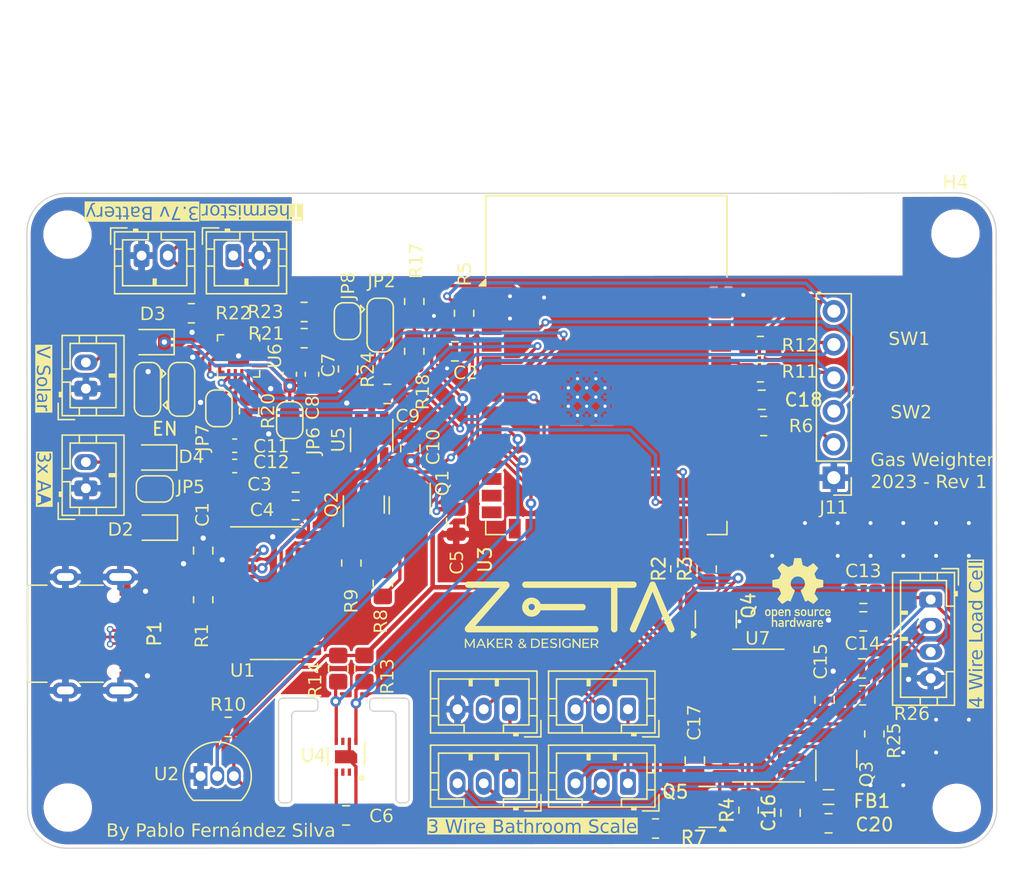
<source format=kicad_pcb>
(kicad_pcb (version 20240108) (generator "pcbnew") (generator_version "8.0")
  (title_block (comment 4 "AISLER Project ID: EQFQYMCR"))
  (layers (0 "F.Cu" signal) (31 "B.Cu" signal) (34 "B.Paste" user) (35 "F.Paste" user) (36 "B.SilkS" user "B.Silkscreen") (37 "F.SilkS" user "F.Silkscreen") (38 "B.Mask" user) (39 "F.Mask" user) (44 "Edge.Cuts" user))
  (property "AUTHOR_1" "Pablo Fernández Silva")
  (property "AUTHOR_2" "")
  (property "AUTHOR_3" "")
  (property "SUBTITLE" "ESP 32-S3 Version")
  (net 0 "")
  (net 1 "Net-(U1-V3)")
  (net 2 "GND")
  (net 3 "/MCU/CHIP_PU")
  (net 4 "VBUS")
  (net 5 "+3.3V")
  (net 6 "Net-(D2-K)")
  (net 7 "VCC")
  (net 8 "/E+")
  (net 9 "Net-(U7-VFB)")
  (net 10 "Net-(U7-VBG)")
  (net 11 "Net-(C18-Pad1)")
  (net 13 "VDC")
  (net 14 "VAA")
  (net 15 "VBatt")
  (net 16 "Net-(J6-Pin_1)")
  (net 17 "Net-(J6-Pin_2)")
  (net 18 "Net-(J7-Pin_1)")
  (net 19 "/A-")
  (net 20 "Net-(J8-Pin_2)")
  (net 21 "/A+")
  (net 22 "/MCU/GPIO0")
  (net 23 "/MCU/TX")
  (net 24 "/MCU/RX")
  (net 25 "Net-(J12-Pin_1)")
  (net 26 "Net-(JP2-C)")
  (net 27 "/Power/EN1")
  (net 28 "/Power/EN2")
  (net 29 "Net-(JP7-A)")
  (net 30 "Net-(JP8-A)")
  (net 31 "Net-(P1-CC1)")
  (net 32 "/D-")
  (net 33 "/D+")
  (net 34 "Net-(U3-RXD0)")
  (net 35 "Net-(Q1-B)")
  (net 36 "Net-(Q1-E)")
  (net 37 "Net-(Q2-B)")
  (net 38 "Net-(Q2-E)")
  (net 39 "Net-(Q3-B)")
  (net 40 "Net-(U3-TXD0)")
  (net 44 "/MCU/1-Wire")
  (net 47 "/MCU/SDA")
  (net 48 "/MCU/SCL")
  (net 50 "/MCU/VBATT")
  (net 51 "Net-(U6-ILIM)")
  (net 52 "Net-(U6-ITERM)")
  (net 53 "Net-(U6-~{CE})")
  (net 54 "Net-(U6-ISET)")
  (net 62 "/MCU/DOUT")
  (net 63 "/MCU/SCK")
  (net 86 "Net-(Q3-E)")
  (net 87 "Net-(Q4-S)")
  (net 88 "Net-(Q4-G)")
  (net 89 "Net-(Q5-G)")
  (net 90 "Net-(Q5-S)")
  (net 91 "/MCU/PGOOD")
  (net 92 "/MCU/CHG")
  (net 93 "/MCU/HX711_ON")
  (footprint "Capacitor_SMD:C_0805_2012Metric" (layer "F.Cu") (at 166.95 97.9)
    (property "Reference" "C13")
    (property "Value" "10uF")
  )
  (footprint "Capacitor_SMD:C_0603_1608Metric_Pad1.08x0.95mm_HandSolder" (layer "F.Cu") (at 123.2 81.15 90)
    (property "Reference" "C8")
    (property "Value" "1uF")
  )
  (footprint "MountingHole:MountingHole_3.2mm_M3_ISO7380" (layer "F.Cu") (at 106.25 70.5)
    (property "Reference" "H1")
    (property "Value" "MountingHole")
  )
  (footprint "Connector_JST:JST_PH_B2B-PH-K_1x02_P2.00mm_Vertical" (layer "F.Cu") (at 118.9 72.1)
    (property "Reference" "J12" (hide yes))
    (property "Value" "NTC")
  )
  (footprint "Jumper:SolderJumper-2_P1.3mm_Open_RoundedPad1.0x1.5mm" (layer "F.Cu") (at 112.9 89.9 180)
    (property "Reference" "JP5")
    (property "Value" "Override Diode")
  )
  (footprint "Capacitor_SMD:C_0805_2012Metric" (layer "F.Cu") (at 135.8 79.4 180)
    (property "Reference" "C2")
    (property "Value" "0.1u")
  )
  (footprint "Resistor_SMD:R_0805_2012Metric_Pad1.20x1.40mm_HandSolder" (layer "F.Cu") (at 159.35 85.1 180)
    (property "Reference" "R6")
    (property "Value" "330")
  )
  (footprint "Connector_JST:JST_PH_B3B-PH-K_1x03_P2.00mm_Vertical" (layer "F.Cu") (at 149 112.35 180)
    (property "Reference" "J9" (hide yes))
    (property "Value" "LR")
  )
  (footprint "Jumper:SolderJumper-3_P1.3mm_Bridged12_RoundedPad1.0x1.5mm" (layer "F.Cu") (at 130.1 77.4 -90)
    (property "Reference" "JP2")
    (property "Value" "BattSelec")
  )
  (footprint "Package_TO_SOT_SMD:SOT-23" (layer "F.Cu") (at 155.7 99.8375 90)
    (property "Reference" "Q4")
    (property "Value" "2N7002")
  )
  (footprint "Capacitor_SMD:C_0805_2012Metric" (layer "F.Cu") (at 161.4 114.6 90)
    (property "Reference" "C16")
    (property "Value" "10uF")
  )
  (footprint "Jumper:SolderJumper-3_P1.3mm_Bridged12_RoundedPad1.0x1.5mm" (layer "F.Cu") (at 114.95 82.3 -90)
    (property "Reference" "JP3" (hide yes))
    (property "Value" "EN1")
  )
  (footprint "Resistor_SMD:R_0805_2012Metric_Pad1.20x1.40mm_HandSolder" (layer "F.Cu") (at 124.3 78.4 180)
    (property "Reference" "R21")
    (property "Value" "10k")
  )
  (footprint "Package_TO_SOT_SMD:SOT-23" (layer "F.Cu") (at 132.35 91.15 -90)
    (property "Reference" "Q1")
    (property "Value" "S8050")
  )
  (footprint "Package_TO_SOT_SMD:SOT-23" (layer "F.Cu") (at 155.0625 114.15 180)
    (property "Reference" "Q5")
    (property "Value" "2N7002")
  )
  (footprint "Capacitor_SMD:C_0805_2012Metric" (layer "F.Cu") (at 130.65 82.65 180)
    (property "Reference" "C9")
    (property "Value" "10uF")
  )
  (footprint "Resistor_SMD:R_0805_2012Metric_Pad1.20x1.40mm_HandSolder" (layer "F.Cu") (at 136.5 76.5 90)
    (property "Reference" "R5")
    (property "Value" "10k")
  )
  (footprint "Capacitor_SMD:C_0805_2012Metric" (layer "F.Cu") (at 159.2 83.1)
    (property "Reference" "C18")
    (property "Value" "0.1u")
  )
  (footprint "Sensor_Humidity:Sensirion_DFN-8-1EP_2.5x2.5mm_P0.5mm_EP1.1x1.7mm" (layer "F.Cu") (at 127.5 110.325 -90)
    (property "Reference" "U4")
    (property "Value" "SHT31-DIS")
  )
  (footprint "Connector_JST:JST_PH_B3B-PH-K_1x03_P2.00mm_Vertical" (layer "F.Cu") (at 149 106.7 180)
    (property "Reference" "J7" (hide yes))
    (property "Value" "UR")
  )
  (footprint "Resistor_SMD:R_0805_2012Metric_Pad1.20x1.40mm_HandSolder" (layer "F.Cu") (at 128.9 103.6 90)
    (property "Reference" "R13")
    (property "Value" "10k")
  )
  (footprint "Package_SO:SOP-16_3.9x9.9mm_P1.27mm" (layer "F.Cu") (at 158.9425 107.1875 180)
    (property "Reference" "U7")
    (property "Value" "HX711")
  )
  (footprint "Diode_SMD:D_0805_2012Metric" (layer "F.Cu") (at 112.9 87.5 180)
    (property "Reference" "D4")
    (property "Value" "SK34A")
  )
  (footprint "Resistor_SMD:R_0805_2012Metric_Pad1.20x1.40mm_HandSolder" (layer "F.Cu") (at 132.7 79.4 -90)
    (property "Reference" "R18")
    (property "Value" "4.7k")
  )
  (footprint "LOGO" (layer "F.Cu") (at 144.55 99.5)
    (property "Reference" "G***" (hide yes))
    (property "Value" "LOGO" (hide yes))
  )
  (footprint "Library:Button" (layer "F.Cu") (at 170.55 83.65)
    (property "Reference" "SW2")
    (property "Value" "SW_Push")
  )
  (footprint "Capacitor_SMD:C_0805_2012Metric" (layer "F.Cu") (at 123.65 91.5 180)
    (property "Reference" "C4")
    (property "Value" "1uF")
  )
  (footprint "Resistor_SMD:R_0805_2012Metric_Pad1.20x1.40mm_HandSolder" (layer "F.Cu") (at 155 96 90)
    (property "Reference" "R3")
    (property "Value" "10k")
  )
  (footprint "Capacitor_SMD:C_0805_2012Metric" (layer "F.Cu") (at 132.4 86.8 90)
    (property "Reference" "C10")
    (property "Value" "10uF")
  )
  (footprint "Resistor_SMD:R_0805_2012Metric_Pad1.20x1.40mm_HandSolder" (layer "F.Cu") (at 118.5 108.05)
    (property "Reference" "R10")
    (property "Value" "4.7k")
  )
  (footprint "Resistor_SMD:R_0805_2012Metric_Pad1.20x1.40mm_HandSolder" (layer "F.Cu") (at 158.2 114.4 90)
    (property "Reference" "R4")
    (property "Value" "10k")
  )
  (footprint "Package_DFN_QFN:VQFN-16-1EP_3x3mm_P0.5mm_EP1.6x1.6mm" (layer "F.Cu") (at 119.3 79.75 -90)
    (property "Reference" "U6")
    (property "Value" "BQ24074RGT")
  )
  (footprint "MountingHole:MountingHole_3.2mm_M3_ISO7380" (layer "F.Cu") (at 174.07868 114.22132)
    (property "Reference" "H3")
    (property "Value" "MountingHole")
  )
  (footprint "Resistor_SMD:R_0805_2012Metric_Pad1.20x1.40mm_HandSolder" (layer "F.Cu") (at 120.1 83.95 -90)
    (property "Reference" "R20")
    (property "Value" "1k")
  )
  (footprint "Capacitor_SMD:C_0805_2012Metric" (layer "F.Cu") (at 116.6 94.6 90)
    (property "Reference" "C1")
    (property "Value" "0.1uF")
  )
  (footprint "Package_SO:SOIC-16_3.9x9.9mm_P1.27mm" (layer "F.Cu") (at 122.15 97.85)
    (property "Reference" "U1")
    (property "Value" "CH340C")
  )
  (footprint "Capacitor_SMD:C_0603_1608Metric_Pad1.08x0.95mm_HandSolder" (layer "F.Cu") (at 119 88.15)
    (property "Reference" "C12")
    (property "Value" "1uF")
  )
  (footprint "Jumper:SolderJumper-2_P1.3mm_Open_RoundedPad1.0x1.5mm" (layer "F.Cu") (at 123.2 84.65 90)
    (property "Reference" "JP6")
    (property "Value" "Override Charger")
  )
  (footprint "Package_TO_SOT_SMD:SOT-23" (layer "F.Cu") (at 128.85 91.0875 90)
    (property "Reference" "Q2")
    (property "Value" "S8050")
  )
  (footprint "Capacitor_SMD:C_0603_1608Metric_Pad1.08x0.95mm_HandSolder" (layer "F.Cu") (at 119 86.6)
    (property "Reference" "C11")
    (property "Value" "10uF")
  )
  (footprint "Library:USB C Molex_1" (layer "F.Cu") (at 108.3 100.94 -90)
    (property "Reference" "P1")
    (property "Value" "USB_C_Plug_USB2.0")
  )
  (footprint "MountingHole:MountingHole_3.2mm_M3_ISO7380" (layer "F.Cu") (at 106.27132 114.2)
    (property "Reference" "H2")
    (property "Value" "MountingHole")
  )
  (footprint "Resistor_SMD:R_0805_2012Metric_Pad1.20x1.40mm_HandSolder" (layer "F.Cu") (at 159.1 81)
    (property "Reference" "R11")
    (property "Value" "330")
  )
  (footprint "Resistor_SMD:R_0805_2012Metric_Pad1.20x1.40mm_HandSolder" (layer "F.Cu") (at 115.7 76.5)
    (property "Reference" "R22")
    (property "Value" "10k")
  )
  (footprint "RF_Module:ESP32-S3-WROOM-1" (layer "F.Cu") (at 147.35 80.43)
    (property "Reference" "U3")
    (property "Value" "ESP32-S3-WROOM-1")
  )
  (footprint "MountingHole:MountingHole_3.2mm_M3_ISO7380" (layer "F.Cu") (at 173.97868 70.42132)
    (property "Reference" "H4")
    (property "Value" "MountingHole")
  )
  (footprint "Diode_SMD:D_0805_2012Metric" (layer "F.Cu") (at 112.7 78.7 180)
    (property "Reference" "D3")
    (property "Value" "SK34A")
  )
  (footprint "Package_TO_SOT_SMD:SOT-23-5_HandSoldering" (layer "F.Cu") (at 129.45 86.15 -90)
    (property "Reference" "U5")
    (property "Value" "NCP115AMX120TCG")
  )
  (footprint "Resistor_SMD:R_0805_2012Metric_Pad1.20x1.40mm_HandSolder" (layer "F.Cu") (at 166.8925 105.6375)
    (property "Reference" "R26")
    (property "Value" "330")
  )
  (footprint "Capacitor_SMD:C_0805_2012Metric" (layer "F.Cu") (at 127.5 114.8)
    (property "Reference" "C6")
    (property "Value" "0.1uF")
  )
  (footprint "Resistor_SMD:R_0805_2012Metric_Pad1.20x1.40mm_HandSolder" (layer "F.Cu") (at 116.6 98.35 90)
    (property "Reference" "R1")
    (property "Value" "4.7k")
  )
  (footprint "Connector_PinHeader_2.54mm:PinHeader_1x06_P2.54mm_Vertical" (layer "F.Cu") (at 164.7 89.04 180)
    (property "Reference" "J11")
    (property "Value" "External Programming")
  )
  (footprint "Diode_SMD:D_0805_2012Metric" (layer "F.Cu") (at 112.95 92.85 180)
    (property "Reference" "D2")
    (property "Value" "SK34A")
  )
  (footprint "Package_TO_SOT_THT:TO-92_Inline" (layer "F.Cu") (at 116.4 111.8)
    (property "Reference" "U2")
    (property "Value" "DS18B20")
  )
  (footprint "Package_TO_SOT_SMD:SOT-23" (layer "F.Cu") (at 164.8925 110.4875 90)
    (property "Reference" "Q3")
    (property "Value" "S8550")
  )
  (footprint "Resistor_SMD:R_0805_2012Metric_Pad1.20x1.40mm_HandSolder" (layer "F.Cu") (at 126.9 103.6 90)
    (property "Reference" "R14")
    (property "Value" "10k")
  )
  (footprint "Connector_JST:JST_PH_B3B-PH-K_1x03_P2.00mm_Vertical" (layer "F.Cu") (at 140 106.7 180)
    (property "Reference" "J6" (hide yes))
    (property "Value" "UL")
  )
  (footprint "Resistor_SMD:R_0805_2012Metric_Pad1.20x1.40mm_HandSolder" (layer "F.Cu") (at 153 96 90)
    (property "Reference" "R2")
    (property "Value" "10k")
  )
  (footprint "Connector_JST:JST_PH_B2B-PH-K_1x02_P2.00mm_Vertical" (layer "F.Cu") (at 107.65 82.25 90)
    (property "Reference" "J2" (hide yes))
    (property "Value" "Solar Panel")
  )
  (footprint "Connector_JST:JST_PH_B2B-PH-K_1x02_P2.00mm_Vertical" (layer "F.Cu") (at 111.9 72.1)
    (property "Reference" "J1" (hide yes))
    (property "Value" "3.7V Battery")
  )
  (footprint "Capacitor_SMD:C_0805_2012Metric" (layer "F.Cu") (at 123.65 89.4 180)
    (property "Reference" "C3")
    (property "Value" "0.1uF")
  )
  (footprint "LOGO" (layer "F.Cu") (at 161.95 97.8)
    (property "Reference" "G***" (hide yes))
    (property "Value" "LOGO" (hide yes))
  )
  (footprint "Resistor_SMD:R_0805_2012Metric_Pad1.20x1.40mm_HandSolder" (layer "F.Cu") (at 132.7 75.6 -90)
    (property "Reference" "R17")
    (property "Value" "10k")
  )
  (footprint "Jumper:SolderJumper-2_P1.3mm_Bridged_RoundedPad1.0x1.5mm" (layer "F.Cu") (at 117.8 83.75 -90)
    (property "Reference" "JP7")
    (property "Value" "Battery_Out")
  )
  (footprint "Resistor_SMD:R_0805_2012Metric_Pad1.20x1.40mm_HandSolder" (layer "F.Cu") (at 127.65 80.75 -90)
    (property "Reference" "R24")
    (property "Value" "10k")
  )
  (footprint "Capacitor_SMD:C_0805_2012Metric" (layer "F.Cu") (at 164.3 115.4 180)
    (property "Reference" "C20")
    (property "Value" "1u")
  )
  (footprint "Resistor_SMD:R_0805_2012Metric_Pad1.20x1.40mm_HandSolder" (layer "F.Cu") (at 127.9 95.55 -90)
    (property "Reference" "R9")
    (property "Value" "10k")
  )
  (footprint "Resistor_SMD:R_0805_2012Metric_Pad1.20x1.40mm_HandSolder" (layer "F.Cu") (at 159.1 79)
    (property "Reference" "R12")
    (property "Value" "330")
  )
  (footprint "Resistor_SMD:R_0805_2012Metric_Pad1.20x1.40mm_HandSolder" (layer "F.Cu") (at 151.1 115.8 180)
    (property "Reference" "R7")
    (property "Value" "10k")
  )
  (footprint "Capacitor_SMD:C_0805_2012Metric" (layer "F.Cu") (at 135.9 92.4 90)
    (property "Reference" "C5")
    (property "Value" "10uF")
  )
  (footprint "Capacitor_SMD:C_0603_1608Metric_Pad1.08x0.95mm_HandSolder" (layer "F.Cu") (at 124.9 81.15 90)
    (property "Reference" "C7")
    (property "Value" "10uF")
  )
  (footprint "Capacitor_SMD:C_0805_2012Metric" (layer "F.Cu") (at 163.9925 105.9875 -90)
    (property "Reference" "C15")
    (property "Value" "0.1uF")
  )
  (footprint "Capacitor_SMD:C_0805_2012Metric" (layer "F.Cu") (at 166.95 100)
    (property "Reference" "C19" (hide yes))
    (property "Value" "1u")
  )
  (footprint "Capacitor_SMD:C_0805_2012Metric" (layer "F.Cu") (at 154.1 110.6 90)
    (property "Reference" "C17")
    (property "Value" "0.1uF")
  )
  (footprint "Resistor_SMD:R_0805_2012Metric_Pad1.20x1.40mm_HandSolder" (layer "F.Cu") (at 167.7925 108.5875 -90)
    (property "Reference" "R25")
    (property "Value" "330")
  )
  (footprint "Jumper:SolderJumper-2_P1.3mm_Bridged_RoundedPad1.0x1.5mm" (layer "F.Cu") (at 127.6 77.1 90)
    (property "Reference" "JP8")
    (property "Value" "NTC Jumper")
  )
  (footprint "Resistor_SMD:R_0805_2012Metric_Pad1.20x1.40mm_HandSolder" (layer "F.Cu") (at 130.3 97.1 90)
    (property "Reference" "R8")
    (property "Value" "10k")
  )
  (footprint "Connector_JST:JST_PH_B4B-PH-K_1x04_P2.00mm_Vertical" (layer "F.Cu") (at 172.0925 98.3375 -90)
    (property "Reference" "J10" (hide yes))
    (property "Value" "4Wire")
  )
  (footprint "Jumper:SolderJumper-3_P1.3mm_Bridged12_RoundedPad1.0x1.5mm" (layer "F.Cu") (at 112.35 82.3 90)
    (property "Reference" "JP4" (hide yes))
    (property "Value" "EN2")
  )
  (footprint "Resistor_SMD:R_0805_2012Metric_Pad1.20x1.40mm_HandSolder" (layer "F.Cu") (at 124.3 76.4)
    (property "Reference" "R23")
    (property "Value" "1k")
  )
  (footprint "Connector_JST:JST_PH_B2B-PH-K_1x02_P2.00mm_Vertical" (layer "F.Cu") (at 107.65 89.85 90)
    (property "Reference" "J3" (hide yes))
    (property "Value" "AA")
  )
  (footprint "Inductor_SMD:L_0805_2012Metric" (layer "F.Cu") (at 164.3 113.4 180)
    (property "Reference" "FB1")
    (property "Value" "FerriteBead")
  )
  (footprint "Capacitor_SMD:C_0805_2012Metric" (layer "F.Cu") (at 166.8425 103.5875 180)
    (property "Reference" "C14")
    (property "Value" "0.1uF")
  )
  (footprint "Library:Button" (layer "F.Cu") (at 170.5 78.4)
    (property "Reference" "SW1")
    (property "Value" "SW_Push")
  )
  (footprint "Connector_JST:JST_PH_B3B-PH-K_1x03_P2.00mm_Vertical" (layer "F.Cu") (at 140 112.35 180)
    (property "Reference" "J8" (hide yes))
    (property "Value" "LL")
  )
  (gr_circle (center 128.7 111.95) (end 128.7 111.9) (stroke (width 0.15)) (fill none) (layer "F.SilkS"))
  (gr_arc (start 123.35 113.5) (mid 123.252444 113.752444) (end 123 113.85) (stroke (width 0.1)) (layer "Edge.Cuts"))
  (gr_line (start 139.85 67.35) (end 106.15 67.35) (stroke (width 0.1)) (layer "Edge.Cuts"))
  (gr_arc (start 125.35 106.55) (mid 125.237132 106.772487) (end 125 106.85) (stroke (width 0.1)) (layer "Edge.Cuts"))
  (gr_line (start 123.7 106.85) (end 125 106.85) (stroke (width 0.1)) (layer "Edge.Cuts"))
  (gr_arc (start 132.3 113.5) (mid 132.222487 113.737132) (end 132 113.85) (stroke (width 0.1)) (layer "Edge.Cuts"))
  (gr_line (start 103.2 114.3) (end 103.15 70.35) (stroke (width 0.1)) (layer "Edge.Cuts"))
  (gr_line (start 131.3 113.5) (end 131.3 107.15) (stroke (width 0.1)) (layer "Edge.Cuts"))
  (gr_arc (start 131.95 105.85) (mid 132.202444 105.947556) (end 132.3 106.2) (stroke (width 0.1)) (layer "Edge.Cuts"))
  (gr_arc (start 177.12868 114.27132) (mid 176.249992 116.39262) (end 174.12868 117.27132) (stroke (width 0.1)) (layer "Edge.Cuts"))
  (gr_line (start 132 113.85) (end 131.65 113.85) (stroke (width 0.1)) (layer "Edge.Cuts"))
  (gr_line (start 129.6 105.85) (end 131.95 105.85) (stroke (width 0.1)) (layer "Edge.Cuts"))
  (gr_line (start 156.25 67.35) (end 139.85 67.35) (stroke (width 0.1)) (layer "Edge.Cuts"))
  (gr_arc (start 106.2 117.3) (mid 104.07868 116.42132) (end 103.2 114.3) (stroke (width 0.1)) (layer "Edge.Cuts"))
  (gr_line (start 132.3 106.2) (end 132.3 113.5) (stroke (width 0.1)) (layer "Edge.Cuts"))
  (gr_arc (start 122.65 113.85) (mid 122.427513 113.737132) (end 122.35 113.5) (stroke (width 0.1)) (layer "Edge.Cuts"))
  (gr_line (start 122.65 113.85) (end 123 113.85) (stroke (width 0.1)) (layer "Edge.Cuts"))
  (gr_line (start 129.3 106.55) (end 129.3 106.2) (stroke (width 0.1)) (layer "Edge.Cuts"))
  (gr_arc (start 122.35 106.2) (mid 122.447556 105.947556) (end 122.7 105.85) (stroke (width 0.1)) (layer "Edge.Cuts"))
  (gr_line (start 174.07868 67.32132) (end 156.25 67.35) (stroke (width 0.1)) (layer "Edge.Cuts"))
  (gr_line (start 122.35 106.2) (end 122.35 113.5) (stroke (width 0.1)) (layer "Edge.Cuts"))
  (gr_line (start 130.95 106.85) (end 129.65 106.85) (stroke (width 0.1)) (layer "Edge.Cuts"))
  (gr_arc (start 103.15 70.35) (mid 104.02868 68.22868) (end 106.15 67.35) (stroke (width 0.1)) (layer "Edge.Cuts"))
  (gr_arc (start 174.07868 67.32132) (mid 176.200006 68.199994) (end 177.07868 70.32132) (stroke (width 0.1)) (layer "Edge.Cuts"))
  (gr_line (start 177.12868 114.27132) (end 177.07868 70.32132) (stroke (width 0.1)) (layer "Edge.Cuts"))
  (gr_arc (start 129.65 106.85) (mid 129.412868 106.772487) (end 129.3 106.55) (stroke (width 0.1)) (layer "Edge.Cuts"))
  (gr_arc (start 130.95 106.85) (mid 131.187132 106.927513) (end 131.3 107.15) (stroke (width 0.1)) (layer "Edge.Cuts"))
  (gr_line (start 125.05 105.85) (end 122.7 105.85) (stroke (width 0.1)) (layer "Edge.Cuts"))
  (gr_line (start 125.35 106.55) (end 125.35 106.2) (stroke (width 0.1)) (layer "Edge.Cuts"))
  (gr_line (start 106.2 117.3) (end 174.12868 117.27132) (stroke (width 0.1)) (layer "Edge.Cuts"))
  (gr_arc (start 129.3 106.2) (mid 129.377513 105.962868) (end 129.6 105.85) (stroke (width 0.1)) (layer "Edge.Cuts"))
  (gr_arc (start 131.65 113.85) (mid 131.397556 113.752444) (end 131.3 113.5) (stroke (width 0.1)) (layer "Edge.Cuts"))
  (gr_arc (start 123.35 107.15) (mid 123.462868 106.927513) (end 123.7 106.85) (stroke (width 0.1)) (layer "Edge.Cuts"))
  (gr_line (start 123.35 113.5) (end 123.35 107.15) (stroke (width 0.1)) (layer "Edge.Cuts"))
  (gr_arc (start 125.05 105.85) (mid 125.272487 105.962868) (end 125.35 106.2) (stroke (width 0.1)) (layer "Edge.Cuts"))
  (gr_text "Thermistor" (at 124.1 68.1 180) (layer "F.SilkS" knockout) (effects (font (size 1 1)) (justify left bottom)))
  (gr_text "3x AA" (at 103.8 87.05 270) (layer "F.SilkS" knockout) (effects (font (size 1 1)) (justify left bottom)))
  (gr_text "V Solar" (at 103.75 79 270) (layer "F.SilkS" knockout) (effects (font (size 1 1)) (justify left bottom)))
  (gr_text "EN" (at 112.6 85.9 0) (layer "F.SilkS") (effects (font (size 1 1)) (justify left bottom)))
  (gr_text "3 Wire Bathroom Scale" (at 133.7 116.3 0) (layer "F.SilkS" knockout) (effects (font (size 1 1)) (justify left bottom)))
  (gr_text "Gas Weighter\n2023 - Rev 1\n" (at 167.5 90 0) (layer "F.SilkS") (effects (font (size 1 1)) (justify left bottom)))
  (gr_text "4 Wire Load Cell" (at 176.2 106.6 90) (layer "F.SilkS" knockout) (effects (font (size 1 1)) (justify left bottom)))
  (gr_text "By Pablo Fernández Silva" (at 109.2 116.6 0) (layer "F.SilkS") (effects (font (size 1 1)) (justify left bottom)))
  (gr_text "3.7v Battery" (at 116.3 68.2 180) (layer "F.SilkS" knockout) (effects (font (size 1 1)) (justify left bottom)))
  (segment (start 118.265 97.215) (end 119.675 97.215) (width 0.25) (layer "F.Cu") (net 1))
  (segment (start 116.6 95.55) (end 118.265 97.215) (width 0.25) (layer "F.Cu") (net 1))
  (segment (start 127.55 83.35) (end 129 83.35) (width 0.25) (layer "F.Cu") (net 2))
  (segment (start 127.5 110.325) (end 128.25 111.075) (width 0.25) (layer "F.Cu") (net 2))
  (segment (start 119.55 80) (end 119.3 79.75) (width 0.25) (layer "F.Cu") (net 2))
  (segment (start 129 83.35) (end 129.7 82.65) (width 0.25) (layer "F.Cu") (net 2))
  (segment (start 117.8625 80.5) (end 117.9125 80.45) (width 0.2) (layer "F.Cu") (net 2))
  (segment (start 129.45 84.8) (end 129.45 82.9) (width 0.25) (layer "F.Cu") (net 2))
  (segment (start 128.25 111.075) (end 128.25 111.5) (width 0.25) (layer "F.Cu") (net 2))
  (segment (start 129.45 82.9) (end 129.7 82.65) (width 0.25) (layer "F.Cu") (net 2))
  (segment (start 118.6 80.45) (end 119.3 79.75) (width 0.2) (layer "F.Cu") (net 2))
  (segment (start 127.5 110.325) (end 127.75 110.075) (width 0.25) (layer "F.Cu") (net 2))
  (segment (start 120.7375 80) (end 119.55 80) (width 0.25) (layer "F.Cu") (net 2))
  (segment (start 128.25 114.6) (end 128.45 114.8) (width 0.25) (layer "F.Cu") (net 2))
  (segment (start 117.9125 80.45) (end 118.6 80.45) (width 0.2) (layer "F.Cu") (net 2))
  (segment (start 128.25 111.5) (end 128.25 114.6) (width 0.25) (layer "F.Cu") (net 2))
  (segment (start 127.75 110.075) (end 127.75 109.15) (width 0.25) (layer "F.Cu") (net 2))
  (via (at 157.8 75.1) (size 0.6) (drill 0.3) (layers "F.Cu" "B.Cu") (net 2))
  (via (at 118.05 95.3) (size 0.8) (drill 0.4) (layers "F.Cu" "B.Cu") (net 2))
  (via (at 115.8 79.85) (size 0.8) (drill 0.4) (layers "F.Cu" "B.Cu") (net 2))
  (via (at 172.5 95) (size 0.5) (drill 0.3) (layers "F.Cu" "B.Cu") (net 2))
  (via (at 175 107.5) (size 0.5) (drill 0.3) (layers "F.Cu" "B.Cu") (net 2))
  (via (at 116.6 93.65) (size 0.8) (drill 0.4) (layers "F.Cu" "B.Cu") (net 2))
  (via (at 167.5 112.5) (size 0.5) (drill 0.3) (layers "F.Cu" "B.Cu") (net 2))
  (via (at 172.5 110) (size 0.5) (drill 0.3) (layers "F.Cu" "B.Cu") (net 2))
  (via (at 165 92.5) (size 0.5) (drill 0.3) (layers "F.Cu" "B.Cu") (net 2))
  (via (at 170.4 104.425) (size 0.8) (drill 0.4) (layers "F.Cu" "B.Cu") (net 2))
  (via (at 172.5 92.5) (size 0.5) (drill 0.3) (layers "F.Cu" "B.Cu") (net 2))
  (via (at 140 75.2) (size 0.6) (drill 0.3) (layers "F.Cu" "B.Cu") (net 2))
  (via (at 115.75 77.95) (size 0.8) (drill 0.4) (layers "F.Cu" "B.Cu") (net 2))
  (via (at 135.2 80.7) (size 0.6) (drill 0.3) (layers "F.Cu" "B.Cu") (net 2))
  (via (at 164.3 99.9) (size 0.8) (drill 0.4) (layers "F.Cu" "B.Cu") (net 2))
  (via (at 112.35 104.15) (size 0.8) (drill 0.4) (layers "F.Cu" "B.Cu") (net 2))
  (via (at 175 95) (size 0.5) (drill 0.3) (layers "F.Cu" "B.Cu") (net 2))
  (via (at 119.3 79.75) (size 0.8) (drill 0.4) (layers "F.Cu" "B.Cu") (net 2))
  (via (at 167.5 95) (size 0.5) (drill 0.3) (layers "F.Cu" "B.Cu") (net 2))
  (via (at 112.4 80.95) (size 0.8) (drill 0.4) (layers "F.Cu" "B.Cu") (net 2))
  (via (at 134.2 76.7) (size 0.6) (drill 0.3) (layers "F.Cu" "B.Cu") (net 2))
  (via (at 157.5 100) (size 0.5) (drill 0.3) (layers "F.Cu" "B.Cu") (net 2))
  (via (at 175 92.5) (size 0.5) (drill 0.3) (layers "F.Cu" "B.Cu") (net 2))
  (via (at 160 95) (size 0.5) (drill 0.3) (layers "F.Cu" "B.Cu") (net 2))
  (via (at 115.1 95.6) (size 0.8) (drill 0.4) (layers "F.Cu" "B.Cu") (net 2))
  (via (at 170 92.5) (size 0.5) (drill 0.3) (layers "F.Cu" "B.Cu") (net 2))
  (via (at 170 110) (size 0.5) (drill 0.3) (layers "F.Cu" "B.Cu") (net 2))
  (via (at 165 95) (size 0.5) (drill 0.3) (layers "F.Cu" "B.Cu") (net 2))
  (via (at 116.4 83.3) (size 0.8) (drill 0.4) (layers "F.Cu" "B.Cu") (net 2))
  (via (at 170 95) (size 0.5) (drill 0.3) (layers "F.Cu" "B.Cu") (net 2))
  (via (at 167.5 92.5) (size 0.5) (drill 0.3) (layers "F.Cu" "B.Cu") (net 2))
  (via (at 121.6 85.7) (size 0.8) (drill 0.4) (layers "F.Cu" "B.Cu") (net 2))
  (via (at 172.5 107.5) (size 0.5) (drill 0.3) (layers "F.Cu" "B.Cu") (net 2))
  (via (at 121.75 82.25) (size 0.8) (drill 0.4) (layers "F.Cu" "B.Cu") (net 2))
  (via (at 140 76.9) (size 0.6) (drill 0.3) (layers "F.Cu" "B.Cu") (net 2))
  (via (at 162.5 92.5) (size 0.5) (drill 0.3) (layers "F.Cu" "B.Cu") (net 2))
  (via (at 170 112.5) (size 0.5) (drill 0.3) (layers "F.Cu" "B.Cu") (net 2))
  (via (at 127.55 83.35) (size 0.8) (drill 0.4) (layers "F.Cu" "B.Cu") (net 2))
  (via (at 164.65 103.8) (size 0.8) (drill 0.4) (layers "F.Cu" "B.Cu") (net 2))
  (via (at 121.9 93.55) (size 0.8) (drill 0.4) (layers "F.Cu" "B.Cu") (net 2))
  (via (at 142.6 75.3) (size 0.6) (drill 0.3) (layers "F.Cu" "B.Cu") (net 2))
  (via (at 112.2 97.7) (size 0.8) (drill 0.4) (layers "F.Cu" "B.Cu") (net 2))
  (segment (start 136.75 77.75) (end 136.5 77.5) (width 0.25) (layer "F.Cu") (net 3))
  (segment (start 132.35 92.0875) (end 132.838408 92.0875) (width 0.25) (layer "F.Cu") (net 3))
  (segment (start 136.5 77.5) (end 138.39 77.5) (width 0.25) (layer "F.Cu") (net 3))
  (segment (start 132.838408 92.0875) (end 137.1 87.825908) (width 0.25) (layer "F.Cu") (net 3))
  (segment (start 142.19 77.71) (end 142.7 77.2) (width 0.25) (layer "F.Cu") (net 3))
  (segment (start 137.125 83.300305) (end 137.125 79.775) (width 0.25) (layer "F.Cu") (net 3))
  (segment (start 137.1 87.825908) (end 137.1 83.325305) (width 0.25) (layer "F.Cu") (net 3))
  (segment (start 138.6 77.71) (end 142.19 77.71) (width 0.25) (layer "F.Cu") (net 3))
  (segment (start 166.51 82.15) (end 164.7 83.96) (width 0.25) (layer "F.Cu") (net 3))
  (segment (start 167.55 82.15) (end 166.51 82.15) (width 0.25) (layer "F.Cu") (net 3))
  (segment (start 136.75 79.4) (end 136.75 77.75) (width 0.25) (layer "F.Cu") (net 3))
  (segment (start 138.39 77.5) (end 138.6 77.71) (width 0.25) (layer "F.Cu") (net 3))
  (segment (start 137.1 83.325305) (end 137.125 83.300305) (width 0.25) (layer "F.Cu") (net 3))
  (segment (start 137.125 79.775) (end 136.75 79.4) (width 0.25) (layer "F.Cu") (net 3))
  (via (at 142.7 77.2) (size 0.6) (drill 0.3) (layers "F.Cu" "B.Cu") (net 3))
  (segment (start 164.213299 77.515) (end 164.996701 77.515) (width 0.25) (layer "B.Cu") (net 3))
  (segment (start 165.875 78.393299) (end 165.875 82.785) (width 0.25) (layer "B.Cu") (net 3))
  (segment (start 142.8 77.15) (end 142.7 77.2) (width 0.25) (layer "B.Cu") (net 3))
  (segment (start 165.875 82.785) (end 164.7 83.96) (width 0.25) (layer "B.Cu") (net 3))
  (segment (start 164.996701 77.515) (end 165.875 78.393299) (width 0.25) (layer "B.Cu") (net 3))
  (segment (start 142.85 77.15) (end 142.8 77.15) (width 0.25) (layer "B.Cu") (net 3))
  (segment (start 142.7 77.2) (end 142.9 77.15) (width 0.25) (layer "B.Cu") (net 3))
  (segment (start 142.9 77.15) (end 163.848299 77.15) (width 0.25) (layer "B.Cu") (net 3))
  (segment (start 163.848299 77.15) (end 164.213299 77.515) (width 0.25) (layer "B.Cu") (net 3))
  (segment (start 124 92.78) (end 115.92 92.78) (width 0.25) (layer "F.Cu") (net 4))
  (segment (start 123.595 93.405) (end 124.625 93.405) (width 0.25) (layer "F.Cu") (net 4))
  (segment (start 114.19 94.51) (end 114.19 95.25) (width 0.25) (layer "F.Cu") (net 4))
  (segment (start 124.625 93.405) (end 124.625 91.525) (width 0.25) (layer "F.Cu") (net 4))
  (segment (start 120.266751 103.35) (end 121.35 102.266751) (width 0.25) (layer "F.Cu") (net 4))
  (segment (start 115.92 92.78) (end 114.19 94.51) (width 0.25) (layer "F.Cu") (net 4))
  (segment (start 114.19 95.25) (end 114.19 98.475) (width 0.25) (layer "F.Cu") (net 4))
  (segment (start 122.55 96.95) (end 122.55 94.45) (width 0.25) (layer "F.Cu") (net 4))
  (segment (start 124.625 91.525) (end 124.6 91.5) (width 0.25) (layer "F.Cu") (net 4))
  (segment (start 110.82 103.35) (end 120.266751 103.35) (width 0.25) (layer "F.Cu") (net 4))
  (segment (start 110.81 103.34) (end 110.82 103.35) (width 0.25) (layer "F.Cu") (net 4))
  (segment (start 124.6 91.5) (end 124.6 89.4) (width 0.25) (layer "F.Cu") (net 4))
  (segment (start 112.0125 92.85) (end 114.19 95.0275) (width 0.25) (layer "F.Cu") (net 4))
  (segment (start 114.19 95.0275) (end 114.19 95.25) (width 0.25) (layer "F.Cu") (net 4))
  (segment (start 121.35 102.266751) (end 121.35 98.15) (width 0.25) (layer "F.Cu") (net 4))
  (segment (start 124.625 93.405) (end 124 92.78) (width 0.25) (layer "F.Cu") (net 4))
  (segment (start 114.19 98.475) (end 114.125 98.54) (width 0.25) (layer "F.Cu") (net 4))
  (segment (start 114.125 98.54) (end 110.81 98.54) (width 0.25) (layer "F.Cu") (net 4))
  (segment (start 121.35 98.15) (end 122.55 96.95) (width 0.25) (layer "F.Cu") (net 4))
  (segment (start 122.55 94.45) (end 123.595 93.405) (width 0.25) (layer "F.Cu") (net 4))
  (segment (start 135.9 91.45) (end 134.55 91.45) (width 0.35) (layer "F.Cu") (net 5))
  (segment (start 119.5 108.05) (end 124.05 103.5) (width 0.25) (layer "F.Cu") (net 5))
  (segment (start 134.025 77.975) (end 136.5 75.5) (width 0.25) (layer "F.Cu") (net 5))
  (segment (start 134.025 80.625) (end 134.025 77.975) (width 0.25) (layer "F.Cu") (net 5))
  (segment (start 136.5 75.5) (end 135.5 75.5) (width 0.25) (layer "F.Cu") (net 5))
  (segment (start 118.94 108.61) (end 119.5 108.05) (width 0.25) (layer "F.Cu") (net 5))
  (segment (start 134.1 97.4) (end 128.9 102.6) (width 0.35) (layer "F.Cu") (net 5))
  (segment (start 151.2 112) (end 153.35 114.15) (width 0.35) (layer "F.Cu") (net 5))
  (segment (start 132.4 87.75) (end 132.45 87.75) (width 0.25) (layer "F.Cu") (net 5))
  (segment (start 137.44 76.44) (end 138.6 76.44) (width 0.35) (layer "F.Cu") (net 5))
  (segment (start 125.966751 102.6) (end 129.05 102.6) (width 0.25) (layer "F.Cu") (net 5))
  (segment (start 134.55 91.45) (end 134.4 91.6) (width 0.35) (layer "F.Cu") (net 5))
  (segment (start 136.5 75.5) (end 137.44 76.44) (width 0.35) (layer "F.Cu") (net 5))
  (segment (start 135.9 91.45) (end 134.1 93.25) (width 0.35) (layer "F.Cu") (net 5))
  (segment (start 118.94 111.8) (end 121.94 114.8) (width 0.25) (layer "F.Cu") (net 5))
  (segment (start 124.05 103.5) (end 125.066751 103.5) (width 0.25) (layer "F.Cu") (net 5))
  (segment (start 126.55 114.8) (end 126.75 114.6) (width 0.25) (layer "F.Cu") (net 5))
  (segment (start 134.1 93.25) (end 134.1 97.4) (width 0.35) (layer "F.Cu") (net 5))
  (segment (start 126.75 114.6) (end 126.75 111.5) (width 0.25) (layer "F.Cu") (net 5))
  (segment (start 142.5 97.4) (end 151.2 106.1) (width 0.35) (layer "F.Cu") (net 5))
  (segment (start 153.35 114.15) (end 154.125 114.15) (width 0.35) (layer "F.Cu") (net 5))
  (segment (start 132.15 87.5) (end 132.4 87.75) (width 0.25) (layer "F.Cu") (net 5))
  (segment (start 136.4 83) (end 134.025 80.625) (width 0.25) (layer "F.Cu") (net 5))
  (segment (start 134.1 97.4) (end 142.5 97.4) (width 0.35) (layer "F.Cu") (net 5))
  (segment (start 135.5 75.5) (end 135.2 75.2) (width 0.25) (layer "F.Cu") (net 5))
  (segment (start 121.94 114.8) (end 126.55 114.8) (width 0.25) (layer "F.Cu") (net 5))
  (segment (start 118.94 111.8) (end 118.94 108.61) (width 0.25) (layer "F.Cu") (net 5))
  (segment (start 151.2 106.1) (end 151.2 112) (width 0.35) (layer "F.Cu") (net 5))
  (segment (start 130.4 87.5) (end 132.15 87.5) (width 0.25) (layer "F.Cu") (net 5))
  (segment (start 125.066751 103.5) (end 125.966751 102.6) (width 0.25) (layer "F.Cu") (net 5))
  (via (at 136.4 83) (size 0.8) (drill 0.4) (layers "F.Cu" "B.Cu") (net 5))
  (via (at 134.4 91.6) (size 0.6) (drill 0.3) (layers "F.Cu" "B.Cu") (net 5))
  (via (at 135.2 75.2) (size 0.6) (drill 0.3) (layers "F.Cu" "B.Cu") (net 5))
  (via (at 132.45 87.75) (size 0.8) (drill 0.4) (layers "F.Cu" "B.Cu") (net 5))
  (segment (start 136.35 83.85) (end 136.4 83) (width 0.25) (layer "B.Cu") (net 5))
  (segment (start 132.45 87.75) (end 134.4 89.7) (width 0.25) (layer "B.Cu") (net 5))
  (segment (start 132.45 87.75) (end 136.35 83.85) (width 0.25) (layer "B.Cu") (net 5))
  (segment (start 162.56 74.2) (end 164.7 76.34) (width 0.25) (layer "B.Cu") (net 5))
  (segment (start 136.1 74.3) (end 135.2 75.2) (width 0.25) (layer "B.Cu") (net 5))
  (segment (start 134.4 89.7) (end 134.4 91.6) (width 0.25) (layer "B.Cu") (net 5))
  (segment (start 135.2 75.2) (end 136.2 74.2) (width 0.25) (layer "B.Cu") (net 5))
  (segment (start 136.2 74.2) (end 162.56 74.2) (width 0.25) (layer "B.Cu") (net 5))
  (segment (start 136.4 83) (end 136.35 83.1) (width 0.25) (layer "B.Cu") (net 5))
  (segment (start 111.425 79.725) (end 110.65 80.5) (width 0.25) (layer "F.Cu") (net 6))
  (segment (start 113.55 92.5125) (end 113.8875 92.85) (width 0.25) (layer "F.Cu") (net 6))
  (segment (start 112.6125 79.725) (end 111.425 79.725) (width 0.25) (layer "F.Cu") (net 6))
  (segment (start 113.6375 78.7) (end 112.6125 79.725) (width 0.25) (layer "F.Cu") (net 6))
  (segment (start 110.65 84.3125) (end 113.8375 87.5) (width 0.25) (layer "F.Cu") (net 6))
  (segment (start 121.6875 80.5) (end 123.2 82.0125) (width 0.25) (layer "F.Cu") (net 6))
  (segment (start 123.2 82.0125) (end 124.9 82.0125) (width 0.25) (layer "F.Cu") (net 6))
  (segment (start 110.65 80.5) (end 110.65 84.3125) (width 0.25) (layer "F.Cu") (net 6))
  (segment (start 123.2 82.05) (end 123.2 82.0125) (width 0.25) (layer "F.Cu") (net 6))
  (segment (start 120.7375 80.5) (end 121.6875 80.5) (width 0.25) (layer "F.Cu") (net 6))
  (segment (start 123.2 84) (end 123.2 82.05) (width 0.25) (layer "F.Cu") (net 6))
  (segment (start 113.55 89.9) (end 113.55 92.5125) (width 0.25) (layer "F.Cu") (net 6))
  (segment (start 113.8375 89.6125) (end 113.55 89.9) (width 0.25) (layer "F.Cu") (net 6))
  (segment (start 113.8375 87.5) (end 113.8375 89.6125) (width 0.25) (layer "F.Cu") (net 6))
  (via (at 113.6375 78.7) (size 0.8) (drill 0.4) (layers "F.Cu" "B.Cu") (net 6))
  (via (at 123.2 82.05) (size 0.8) (drill 0.4) (layers "F.Cu" "B.Cu") (net 6))
  (segment (start 121.6 80.45) (end 119.625305 80.45) (width 0.25) (layer "B.Cu") (net 6))
  (segment (start 119.600305 80.475) (end 117.475 80.475) (width 0.25) (layer "B.Cu") (net 6))
  (segment (start 123.2 82.05) (end 121.6 80.45) (width 0.25) (layer "B.Cu") (net 6))
  (segment (start 119.625305 80.45) (end 119.600305 80.475) (width 0.25) (layer "B.Cu") (net 6))
  (segment (start 117.475 80.475) (end 115.7 78.7) (width 0.25) (layer "B.Cu") (net 6))
  (segment (start 115.7 78.7) (end 113.6375 78.7) (width 0.25) (layer "B.Cu") (net 6))
  (segment (start 117.8 86.2625) (end 118.1375 86.6) (width 0.25) (layer "F.Cu") (net 7))
  (segment (start 118.9375 88.95) (end 120.55 88.95) (width 0.25) (layer "F.Cu") (net 7))
  (segment (start 128.5 84.8) (end 128.5 85.83) (width 0.25) (layer "F.Cu") (net 7))
  (segment (start 114.95 83.6) (end 115.75 84.4) (width 0.25) (layer "F.Cu") (net 7))
  (segment (start 118.1375 88.15) (end 118.9375 88.95) (width 0.25) (layer "F.Cu") (net 7))
  (segment (start 130.4 84.8) (end 131.6 83.6) (width 0.25) (layer "F.Cu") (net 7))
  (segment (start 133.55 82.65) (end 131.6 82.65) (width 0.25) (layer "F.Cu") (net 7))
  (segment (start 143.6 88.6) (end 143.1 88.1) (width 0.25) (layer "F.Cu") (net 7))
  (segment (start 130.1 78.7) (end 130.1 81.15) (width 0.25) (layer "F.Cu") (net 7))
  (segment (start 123.2 85.3) (end 128 85.3) (width 0.25) (layer "F.Cu") (net 7))
  (segment (start 130.4 85.5) (end 130.4 84.8) (width 0.25) (layer "F.Cu") (net 7))
  (segment (start 128.5 85.83) (end 128.575 85.905) (width 0.25) (layer "F.Cu") (net 7))
  (segment (start 118.1375 86.6) (end 118.1375 88.15) (width 0.25) (layer "F.Cu") (net 7))
  (segment (start 117.8 84.4) (end 117.8 86.2625) (width 0.25) (layer "F.Cu") (net 7))
  (segment (start 128.575 85.905) (end 129.995 85.905) (width 0.25) (layer "F.Cu") (net 7))
  (segment (start 115.75 84.4) (end 117.8 84.4) (width 0.25) (layer "F.Cu") (net 7))
  (segment (start 157.4 96.7) (end 155.7 98.4) (width 0.25) (layer "F.Cu") (net 7))
  (segment (start 129.995 85.905) (end 130.4 85.5) (width 0.25) (layer "F.Cu") (net 7))
  (segment (start 131.6 83.6) (end 131.6 82.65) (width 0.25) (layer "F.Cu") (net 7))
  (segment (start 142.6 83.7) (end 141.8 82.9) (width 0.25) (layer "F.Cu") (net 7))
  (segment (start 142.6 87.6) (end 142.6 83.7) (width 0.25) (layer "F.Cu") (net 7))
  (segment (start 153.2 88.6) (end 143.6 88.6) (width 0.25) (layer "F.Cu") (net 7))
  (segment (start 128 85.3) (end 128.5 84.8) (width 0.25) (layer "F.Cu") (net 7))
  (segment (start 123.2 86.3) (end 123.2 85.3) (width 0.25) (layer "F.Cu") (net 7))
  (segment (start 155.7 98.4) (end 155.7 98.9) (width 0.25) (layer "F.Cu") (net 7))
  (segment (start 136.2 85.3) (end 133.55 82.65) (width 0.25) (layer "F.Cu") (net 7))
  (segment (start 112.35 83.6) (end 114.95 83.6) (width 0.25) (layer "F.Cu") (net 7))
  (segment (start 143.1 88.1) (end 142.6 87.6) (width 0.25) (layer "F.Cu") (net 7))
  (segment (start 130.1 81.15) (end 131.6 82.65) (width 0.25) (layer "F.Cu") (net 7))
  (segment (start 120.55 88.95) (end 123.2 86.3) (width 0.25) (layer "F.Cu") (net 7))
  (via (at 136.2 85.3) (size 0.6) (drill 0.3) (layers "F.Cu" "B.Cu") (net 7))
  (via (at 153.2 88.6) (size 0.6) (drill 0.3) (layers "F.Cu" "B.Cu") (net 7))
  (via (at 157.4 96.7) (size 0.8) (drill 0.4) (layers "F.Cu" "B.Cu") (net 7))
  (via (at 141.8 82.9) (size 0.6) (drill 0.3) (layers "F.Cu" "B.Cu") (net 7))
  (segment (start 157.4 96.7) (end 154.8 96.7) (width 0.25) (layer "B.Cu") (net 7))
  (segment (start 154.8 96.7) (end 153.3 95.2) (width 0.25) (layer "B.Cu") (net 7))
  (segment (start 153.2 88.6) (end 153.3 88.7) (width 0.25) (layer "B.Cu") (net 7))
  (segment (start 136.2 85.3) (end 136.3 85.3) (width 0.25) (layer "B.Cu") (net 7))
  (segment (start 153.3 95.2) (end 153.2 88.6) (width 0.25) (layer "B.Cu") (net 7))
  (segment (start 141.8 82.9) (end 139.4 82.9) (width 0.25) (layer "B.Cu") (net 7))
  (segment (start 138.1 84.2) (end 137.7 84.6) (width 0.25) (layer "B.Cu") (net 7))
  (segment (start 136.6 84.6) (end 136.3 84.9) (width 0.25) (layer "B.Cu") (net 7))
  (segment (start 137.7 84.6) (end 136.6 84.6) (width 0.25) (layer "B.Cu") (net 7))
  (segment (start 136.3 84.9) (end 136.2 85.3) (width 0.25) (layer "B.Cu") (net 7))
  (segment (start 139.4 82.9) (end 138.1 84.2) (width 0.25) (layer "B.Cu") (net 7))
  (segment (start 169.7 109.15) (end 174.0925 104.7575) (width 0.25) (layer "F.Cu") (net 8))
  (segment (start 167.755 109.55) (end 167.7925 109.5875) (width 0.25) (layer "F.Cu") (net 8))
  (segment (start 164.8925 109.55) (end 167.755 109.55) (width 0.25) (layer "F.Cu") (net 8))
  (segment (start 161.9 109.55) (end 161.4425 109.0925) (width 0.25) (layer "F.Cu") (net 8))
  (segment (start 164.8925 109.55) (end 161.9 109.55) (width 0.25) (layer "F.Cu") (net 8))
  (segment (start 167.8925 98.1875) (end 171.9425 98.1875) (width 0.25) (layer "F.Cu") (net 8))
  (segment (start 168.23 109.15) (end 169.7 109.15) (width 0.25) (layer "F.Cu") (net 8))
  (segment (start 174.0925 100.3375) (end 172.0925 98.3375) (width 0.25) (layer "F.Cu") (net 8))
  (segment (start 167.9 100.1) (end 167.9 98) (width 0.25) (layer "F.Cu") (net 8))
  (segment (start 174.0925 104.7575) (end 174.0925 100.3375) (width 0.25) (layer "F.Cu") (net 8))
  (segment (start 167.7925 109.5875) (end 168.23 109.15) (width 0.25) (layer "F.Cu") (net 8))
  (segment (start 171.9425 98.1875) (end 172.0925 98.3375) (width 0.25) (layer "F.Cu") (net 8))
  (segment (start 146.2 111.15) (end 159.28 111.15) (width 0.25) (layer "B.Cu") (net 8))
  (segment (start 159.28 111.15) (end 172.0925 98.3375) (width 0.25) (layer "B.Cu") (net 8))
  (segment (start 145 112.35) (end 146.2 111.15) (width 0.25) (layer "B.Cu") (net 8))
  (segment (start 167.5575 107.8225) (end 161.4425 107.8225) (width 0.25) (layer "F.Cu") (net 9))
  (segment (start 167.7925 107.5875) (end 167.5575 107.8225) (width 0.25) (layer "F.Cu") (net 9))
  (segment (start 167.7925 103.5875) (end 167.7925 107.5875) (width 0.25) (layer "F.Cu") (net 9))
  (segment (start 163.7475 105.2825) (end 161.4425 105.2825) (width 0.25) (layer "F.Cu") (net 10))
  (segment (start 163.9925 105.0375) (end 163.7475 105.2825) (width 0.25) (layer "F.Cu") (net 10))
  (segment (start 159.025 78.375) (end 159.025 82.325) (width 0.25) (layer "F.Cu") (net 11))
  (segment (start 158.35 85.1) (end 158.35 83.2) (width 0.25) (layer "F.Cu") (net 11))
  (segment (start 162.235 75.165) (end 159.025 78.375) (width 0.25) (layer "F.Cu") (net 11))
  (segment (start 167.5 76.9) (end 165.765 75.165) (width 0.25) (layer "F.Cu") (net 11))
  (segment (start 158.35 83.2) (end 158.25 83.1) (width 0.25) (layer "F.Cu") (net 11))
  (segment (start 165.765 75.165) (end 162.235 75.165) (width 0.25) (layer "F.Cu") (net 11))
  (segment (start 159.025 82.325) (end 158.25 83.1) (width 0.25) (layer "F.Cu") (net 11))
  (segment (start 109.55 79) (end 111.4625 79) (width 0.25) (layer "F.Cu") (net 13))
  (segment (start 111.4625 79) (end 111.7625 78.7) (width 0.25) (layer "F.Cu") (net 13))
  (segment (start 107.65 80.25) (end 108.3 80.25) (width 0.25) (layer "F.Cu") (net 13))
  (segment (start 108.3 80.25) (end 109.55 79) (width 0.25) (layer "F.Cu") (net 13))
  (segment (start 112.25 89.9) (end 112.25 87.7875) (width 0.25) (layer "F.Cu") (net 14))
  (segment (start 107.65 87.85) (end 111.6125 87.85) (width 0.25) (layer "F.Cu") (net 14))
  (segment (start 112.25 87.7875) (end 111.9625 87.5) (width 0.25) (layer "F.Cu") (net 14))
  (segment (start 111.6125 87.85) (end 111.9625 87.5) (width 0.25) (layer "F.Cu") (net 14))
  (segment (start 119.05 77.2299) (end 113.9201 72.1) (width 0.25) (layer "F.Cu") (net 15))
  (segment (start 115.7 70.3) (end 113.9 72.1) (width 0.25) (layer "F.Cu") (net 15))
  (segment (start 121.2 70.3) (end 115.7 70.3) (width 0.25) (layer "F.Cu") (net 15))
  (segment (start 127.805 73.805) (end 122.905 73.805) (width 0.25) (layer "F.Cu") (net 15))
  (segment (start 122.2 71.3) (end 121.2 70.3) (width 0.25) (layer "F.Cu") (net 15))
  (segment (start 119.55 78.3125) (end 119.05 78.3125) (width 0.25) (layer "F.Cu") (net 15))
  (segment (start 122.905 73.805) (end 122.2 73.1) (width 0.25) (layer "F.Cu") (net 15))
  (segment (start 113.9201 72.1) (end 113.9 72.1) (width 0.25) (layer "F.Cu") (net 15))
  (segment (start 119.05 78.3125) (end 119.05 77.2299) (width 0.25) (layer "F.Cu") (net 15))
  (segment (start 122.2 73.1) (end 122.2 71.3) (width 0.25) (layer "F.Cu") (net 15))
  (segment (start 130.1 76.1) (end 127.805 73.805) (width 0.25) (layer "F.Cu") (net 15))
  (segment (start 140 112.35) (end 140 106.7) (width 0.25) (layer "F.Cu") (net 16))
  (segment (start 138 106.7) (end 139.2 105.5) (width 0.25) (layer "F.Cu") (net 17))
  (segment (start 139.2 105.5) (end 145.8 105.5) (width 0.25) (layer "F.Cu") (net 17))
  (segment (start 145.8 105.5) (end 147 106.7) (width 0.25) (layer "F.Cu") (net 17))
  (segment (start 149 106.7) (end 149 112.35) (width 0.25) (layer "F.Cu") (net 18))
  (segment (start 170.4425 101.5625) (end 171.2175 102.3375) (width 0.2) (layer "F.Cu") (net 19))
  (segment (start 162.1125 103.3425) (end 162.478896 103.3425) (width 0.2) (layer "F.Cu") (net 19))
  (segment (start 171.2175 102.3375) (end 172.0925 102.3375) (width 0.2) (layer "F.Cu") (net 19))
  (segment (start 162.478896 103.3425) (end 162.7425 103.078896) (width 0.2) (layer "F.Cu") (net 19))
  (segment (start 162.7425 103.078896) (end 162.7425 102.7125) (width 0.2) (layer "F.Cu") (net 19))
  (segment (start 163.8925 101.5625) (end 170.4425 101.5625) (width 0.2) (layer "F.Cu") (net 19))
  (segment (start 161.4425 104.0125) (end 162.1125 103.3425) (width 0.2) (layer "F.Cu") (net 19))
  (segment (start 160.9675 104.0125) (end 161.4425 104.0125) (width 0.25) (layer "F.Cu") (net 19))
  (segment (start 162.7425 102.7125) (end 163.8925 101.5625) (width 0.2) (layer "F.Cu") (net 19))
  (segment (start 173.2675 97.759683) (end 173.2675 101.1625) (width 0.2) (layer "B.Cu") (net 19))
  (segment (start 172.945317 97.4375) (end 173.2675 97.759683) (width 0.2) (layer "B.Cu") (net 19))
  (segment (start 173.2675 101.1625) (end 172.0925 102.3375) (width 0.2) (layer "B.Cu") (net 19))
  (segment (start 145 106.7) (end 154.2625 97.4375) (width 0.2) (layer "B.Cu") (net 19))
  (segment (start 154.2625 97.4375) (end 172.945317 97.4375) (width 0.2) (layer "B.Cu") (net 19))
  (segment (start 139.2 113.55) (end 145.8 113.55) (width 0.25) (layer "F.Cu") (net 20))
  (segment (start 138 112.35) (end 139.2 113.55) (width 0.25) (layer "F.Cu") (net 20))
  (segment (start 145.8 113.55) (end 147 112.35) (width 0.25) (layer "F.Cu") (net 20))
  (segment (start 171.2175 100.3375) (end 172.0925 100.3375) (width 0.2) (layer "F.Cu") (net 21))
  (segment (start 161.4425 102.7425) (end 162.076103 102.7425) (width 0.2) (layer "F.Cu") (net 21))
  (segment (start 162.076103 102.7425) (end 163.706103 101.1125) (width 0.2) (layer "F.Cu") (net 21))
  (segment (start 163.706103 101.1125) (end 170.4425 101.1125) (width 0.2) (layer "F.Cu") (net 21))
  (segment (start 170.4425 101.1125) (end 171.2175 100.3375) (width 0.2) (layer "F.Cu") (net 21))
  (segment (start 161.040749 102.7425) (end 161.4425 102.7425) (width 0.25) (layer "F.Cu") (net 21))
  (segment (start 159.83 112.6) (end 160.09 112.34) (width 0.2) (layer "B.Cu") (net 21))
  (segment (start 137.65 114) (end 150.697792 114) (width 0.2) (layer "B.Cu") (net 21))
  (segment (start 136 112.35) (end 137.65 114) (width 0.2) (layer "B.Cu") (net 21))
  (segment (start 160.005 112.425) (end 172.0925 100.3375) (width 0.2) (layer "B.Cu") (net 21))
  (segment (start 150.697792 114) (end 152.097792 112.6) (width 0.2) (layer "B.Cu") (net 21))
  (segment (start 152.097792 112.6) (end 159.83 112.6) (width 0.2) (layer "B.Cu") (net 21))
  (segment (start 135.5 87.4) (end 135.4 87.5) (width 0.25) (layer "F.Cu") (net 22))
  (segment (start 154.98 91.68) (end 156.1 91.68) (width 0.25) (layer "F.Cu") (net 22))
  (segment (start 160.35 88.01) (end 156.68 91.68) (width 0.25) (layer "F.Cu") (net 22))
  (segment (start 135.4 87.5) (end 135.5 87.5) (width 0.25) (layer "F.Cu") (net 22))
  (segment (start 135.5 87.5) (end 135.5 87.4) (width 0.25) (layer "F.Cu") (net 22))
  (segment (start 130.395 88.605) (end 134.295 88.605) (width 0.25) (layer "F.Cu") (net 22))
  (segment (start 163.3 85.1) (end 164.7 86.5) (width 0.25) (layer "F.Cu") (net 22))
  (segment (start 128.85 90.15) (end 130.395 88.605) (width 0.25) (layer "F.Cu") (net 22))
  (segment (start 160.35 85.1) (end 163.3 85.1) (width 0.25) (layer "F.Cu") (net 22))
  (segment (start 160.35 85.1) (end 160.35 88.01) (width 0.25) (layer "F.Cu") (net 22))
  (segment (start 134.295 88.605) (end 135.4 87.5) (width 0.25) (layer "F.Cu") (net 22))
  (segment (start 154.2 90.9) (end 154.98 91.68) (width 0.25) (layer "F.Cu") (net 22))
  (segment (start 151.1 90.9) (end 154.2 90.9) (width 0.25) (layer "F.Cu") (net 22))
  (segment (start 156.68 91.68) (end 156.1 91.68) (width 0.25) (layer "F.Cu") (net 22))
  (via (at 135.5 87.5) (size 0.6) (drill 0.3) (layers "F.Cu" "B.Cu") (net 22))
  (via (at 151.1 90.9) (size 0.6) (drill 0.3) (layers "F.Cu" "B.Cu") (net 22))
  (segment (start 149.2 85.4) (end 141.7 85.4) (width 0.25) (layer "B.Cu") (net 22))
  (segment (start 141.7 85.4) (end 141.675 85.375) (width 0.25) (layer "B.Cu") (net 22))
  (segment (start 151.1 90.9) (end 151.1 87.3) (width 0.25) (layer "B.Cu") (net 22))
  (segment (start 141.675 85.375) (end 137.625 85.375) (width 0.25) (layer "B.Cu") (net 22))
  (segment (start 151.1 87.3) (end 149.2 85.4) (width 0.25) (layer "B.Cu") (net 22))
  (segment (start 137.625 85.375) (end 135.5 87.5) (width 0.25) (layer "B.Cu") (net 22))
  (segment (start 160.1 81) (end 164.28 81) (width 0.25) (layer "F.Cu") (net 23))
  (segment (start 121.2 94.55) (end 121.15 94.6) (width 0.25) (layer "F.Cu") (net 23))
  (segment (start 119.75 94.6) (end 121.2 94.55) (width 0.25) (layer "F.Cu") (net 23))
  (segment (start 164.28 81) (end 164.7 81.42) (width 0.25) (layer "F.Cu") (net 23))
  (segment (start 119.675 94.675) (end 119.75 94.6) (width 0.25) (layer "F.Cu") (net 23))
  (via (at 121.2 94.55) (size 0.8) (drill 0.4) (layers "F.Cu" "B.Cu") (net 23))
  (segment (start 120.375 96.250305) (end 120.375 95.375) (width 0.25) (layer "B.Cu") (net 23))
  (segment (start 163.38 80.1) (end 137.975305 80.1) (width 0.25) (layer "B.Cu") (net 23))
  (segment (start 121.400305 96.675) (end 120.799695 96.675) (width 0.25) (layer "B.Cu") (net 23))
  (segment (start 120.375 95.375) (end 121.2 94.55) (width 0.25) (layer "B.Cu") (net 23))
  (segment (start 164.7 81.42) (end 163.38 80.1) (width 0.25) (layer "B.Cu") (net 23))
  (segment (start 120.799695 96.675) (end 120.375 96.250305) (width 0.25) (layer "B.Cu") (net 23))
  (segment (start 137.975305 80.1) (end 121.400305 96.675) (width 0.25) (layer "B.Cu") (net 23))
  (segment (start 119.675 95.945) (end 121.095 95.945) (width 0.25) (layer "F.Cu") (net 24))
  (segment (start 160.37 78.73) (end 164.55 78.73) (width 0.25) (layer "F.Cu") (net 24))
  (segment (start 121.1 95.95) (end 121.105 95.945) (width 0.25) (layer "F.Cu") (net 24))
  (segment (start 121.105 95.945) (end 121.145 95.945) (width 0.25) (layer "F.Cu") (net 24))
  (segment (start 160.1 79) (end 160.37 78.73) (width 0.25) (layer "F.Cu") (net 24))
  (segment (start 121.145 95.945) (end 121.15 95.95) (width 0.25) (layer "F.Cu") (net 24))
  (segment (start 164.55 78.73) (end 164.7 78.88) (width 0.25) (layer "F.Cu") (net 24))
  (segment (start 121.095 95.945) (end 121.1 95.95) (width 0.25) (layer "F.Cu") (net 24))
  (via (at 121.1 95.95) (size 0.8) (drill 0.4) (layers "F.Cu" "B.Cu") (net 24))
  (segment (start 121.1 95.95) (end 137.4 79.65) (width 0.25) (layer "B.Cu") (net 24))
  (segment (start 137.4 79.65) (end 163.93 79.65) (width 0.25) (layer "B.Cu") (net 24))
  (segment (start 163.93 79.65) (end 164.7 78.88) (width 0.25) (layer "B.Cu") (net 24))
  (segment (start 118.9 72.1) (end 121.8 75) (width 0.25) (layer "F.Cu") (net 25))
  (segment (start 121.8 75) (end 126.15 75) (width 0.25) (layer "F.Cu") (net 25))
  (segment (start 120.05 73.25) (end 120.05 78.3125) (width 0.25) (layer "F.Cu") (net 25))
  (segment (start 118.9 72.1) (end 120.05 73.25) (width 0.25) (layer "F.Cu") (net 25))
  (segment (start 126.15 75) (end 127.6 76.45) (width 0.25) (layer "F.Cu") (net 25))
  (segment (start 131.3 76) (end 132.7 74.6) (width 0.25) (layer "F.Cu") (net 26))
  (segment (start 131.3 77.2) (end 131.3 76) (width 0.25) (layer "F.Cu") (net 26))
  (segment (start 130.1 77.4) (end 131.1 77.4) (width 0.25) (layer "F.Cu") (net 26))
  (segment (start 131.1 77.4) (end 131.3 77.2) (width 0.25) (layer "F.Cu") (net 26))
  (segment (start 116.55 79.95) (end 117 79.5) (width 0.25) (layer "F.Cu") (net 27))
  (segment (start 116.55 81.7) (end 116.55 79.95) (width 0.25) (layer "F.Cu") (net 27))
  (segment (start 117 79.5) (end 117.8625 79.5) (width 0.25) (layer "F.Cu") (net 27))
  (segment (start 114.95 82.3) (end 115.95 82.3) (width 0.25) (layer "F.Cu") (net 27))
  (segment (start 115.95 82.3) (end 116.55 81.7) (width 0.25) (layer "F.Cu") (net 27))
  (segment (start 113.85 80.683273) (end 115.483273 79.05) (width 0.25) (layer "F.Cu") (net 28))
  (segment (start 115.483273 79.05) (end 117.9125 79.05) (width 0.25) (layer "F.Cu") (net 28))
  (segment (start 113.35 82.3) (end 113.85 81.8) (width 0.25) (layer "F.Cu") (net 28))
  (segment (start 112.35 82.3) (end 113.35 82.3) (width 0.25) (layer "F.Cu") (net 28))
  (segment (start 113.85 81.8) (end 113.85 80.683273) (width 0.25) (layer "F.Cu") (net 28))
  (segment (start 117.9125 79.05) (end 117.8625 79) (width 0.25) (layer "F.Cu") (net 28))
  (segment (start 119.55 81.1875) (end 119.55 81.35) (width 0.25) (layer "F.Cu") (net 29))
  (segment (start 119.05 81.85) (end 117.8 83.1) (width 0.25) (layer "F.Cu") (net 29))
  (segment (start 119.05 81.1875) (end 119.05 81.85) (width 0.25) (layer "F.Cu") (net 29))
  (segment (start 119.55 81.35) (end 119.05 81.85) (width 0.25) (layer "F.Cu") (net 29))
  (segment (start 127.65 77.8) (end 127.6 77.75) (width 0.25) (layer "F.Cu") (net 30))
  (segment (start 127.65 79.75) (end 127.65 77.8) (width 0.25) (layer "F.Cu") (net 30))
  (segment (start 116.6 99.35) (end 116.26 99.69) (width 0.25) (layer "F.Cu") (net 31))
  (segment (start 116.26 99.69) (end 110.81 99.69) (width 0.25) (layer "F.Cu") (net 31))
  (segment (start 109.09955 101.19) (end 108.95 101.04045) (width 0.2) (layer "F.Cu") (net 32))
  (segment (start 117.621397 101.175) (end 110.825 101.175) (width 0.2) (layer "F.Cu") (net 32))
  (segment (start 119.041397 99.755) (end 117.621397 101.175) (width 0.2) (layer "F.Cu") (net 32))
  (segment (start 110.825 101.175) (end 110.81 101.19) (width 0.2) (layer "F.Cu") (net 32))
  (segment (start 108.95 100.372182) (end 109.272182 100.05) (width 0.2) (layer "F.Cu") (net 32))
  (segment (start 110.12 100.19) (end 110.81 100.19) (width 0.2) (layer "F.Cu") (net 32))
  (segment (start 108.95 101.04045) (end 108.95 100.372182) (width 0.2) (layer "F.Cu") (net 32))
  (segment (start 109.272182 100.05) (end 109.98 100.05) (width 0.2) (layer "F.Cu") (net 32))
  (segment (start 110.81 101.19) (end 110.82 101.2) (width 0.2) (layer "F.Cu") (net 32))
  (segment (start 109.98 100.05) (end 110.12 100.19) (width 0.2) (layer "F.Cu") (net 32))
  (segment (start 119.675 99.755) (end 119.041397 99.755) (width 0.2) (layer "F.Cu") (net 32))
  (segment (start 110.81 101.19) (end 109.09955 101.19) (width 0.2) (layer "F.Cu") (net 32))
  (segment (start 109.6095 100.69) (end 109.81 100.69) (width 0.2) (layer "F.Cu") (net 33))
  (segment (start 109.6095 100.69) (end 109.5195 100.69) (width 0.2) (layer "F.Cu") (net 33))
  (segment (start 109.6995 100.69) (end 110.81 100.69) (width 0.2) (layer "F.Cu") (net 33))
  (segment (start 119.005 99.155) (end 118.663604 99.155) (width 0.2) (layer "F.Cu") (net 33))
  (segment (start 118.4 99.76) (end 117.435 100.725) (width 0.2) (layer "F.Cu") (net 33))
  (segment (start 110.845 100.725) (end 110.81 100.69) (width 0.2) (layer "F.Cu") (net 33))
  (segment (start 109.5195 100.69) (end 109.5 100.6) (width 0.2) (layer "F.Cu") (net 33))
  (segment (start 119.675 98.485) (end 119.005 99.155) (width 0.2) (layer "F.Cu") (net 33))
  (segment (start 109.5495 101.69) (end 110.81 101.69) (width 0.2) (layer "F.Cu") (net 33))
  (segment (start 109.5 100.6) (end 109.6995 100.69) (width 0.2) (layer "F.Cu") (net 33))
  (segment (start 118.663604 99.155) (end 118.4 99.418604) (width 0.2) (layer "F.Cu") (net 33))
  (segment (start 109.5 101.7395) (end 109.5495 101.69) (width 0.2) (layer "F.Cu") (net 33))
  (segment (start 117.435 100.725) (end 110.845 100.725) (width 0.2) (layer "F.Cu") (net 33))
  (segment (start 118.4 99.418604) (end 118.4 99.76) (width 0.2) (layer "F.Cu") (net 33))
  (via (at 109.5 100.6) (size 0.5) (drill 0.3) (layers "F.Cu" "B.Cu") (net 33))
  (via (at 109.5 101.7395) (size 0.5) (drill 0.3) (layers "F.Cu" "B.Cu") (net 33))
  (segment (start 109.5 101.7395) (end 109.5 100.6) (width 0.2) (layer "B.Cu") (net 33))
  (segment (start 158.1 81) (end 157.35 80.25) (width 0.25) (layer "F.Cu") (net 34))
  (segment (start 158.15 81.15) (end 158.4 81.15) (width 0.25) (layer "F.Cu") (net 34))
  (segment (start 157.35 80.25) (end 156.1 80.25) (width 0.25) (layer "F.Cu") (net 34))
  (segment (start 132.815749 90.2125) (end 131.6 91.428249) (width 0.25) (layer "F.Cu") (net 35))
  (segment (start 131.6 96.8) (end 130.3 98.1) (width 0.25) (layer "F.Cu") (net 35))
  (segment (start 131.6 91.428249) (end 131.6 96.8) (width 0.25) (layer "F.Cu") (net 35))
  (segment (start 133.3 90.2125) (end 132.815749 90.2125) (width 0.25) (layer "F.Cu") (net 35))
  (segment (start 125.23 96.55) (end 124.625 95.945) (width 0.25) (layer "F.Cu") (net 36))
  (segment (start 127.9 96.55) (end 125.23 96.55) (width 0.25) (layer "F.Cu") (net 36))
  (segment (start 127.9 96.55) (end 129.175 95.275) (width 0.25) (layer "F.Cu") (net 36))
  (segment (start 129.175 95.275) (end 129.175 91.240749) (width 0.25) (layer "F.Cu") (net 36))
  (segment (start 129.175 91.240749) (end 130.203249 90.2125) (width 0.25) (layer "F.Cu") (net 36))
  (segment (start 130.203249 90.2125) (end 131.4 90.2125) (width 0.25) (layer "F.Cu") (net 36))
  (segment (start 127.9 92.025) (end 127.9 94.55) (width 0.25) (layer "F.Cu") (net 37))
  (segment (start 130.3 92.525) (end 130.3 96.1) (width 0.25) (layer "F.Cu") (net 38))
  (segment (start 124.885 97.475) (end 128.925 97.475) (width 0.25) (layer "F.Cu") (net 38))
  (segment (start 124.625 97.215) (end 124.885 97.475) (width 0.25) (layer "F.Cu") (net 38))
  (segment (start 128.925 97.475) (end 130.3 96.1) (width 0.25) (layer "F.Cu") (net 38))
  (segment (start 129.8 92.025) (end 130.3 92.525) (width 0.25) (layer "F.Cu") (net 38))
  (segment (start 164.289251 110.3625) (end 161.4425 110.3625) (width 0.25) (layer "F.Cu") (net 39))
  (segment (start 165.8425 111.425) (end 165.351751 111.425) (width 0.25) (layer "F.Cu") (net 39))
  (segment (start 165.351751 111.425) (end 164.289251 110.3625) (width 0.25) (layer "F.Cu") (net 39))
  (segment (start 158.1 79) (end 156.12 79) (width 0.25) (layer "F.Cu") (net 40))
  (segment (start 156.12 79) (end 156.1 78.98) (width 0.25) (layer "F.Cu") (net 40))
  (segment (start 155.75 79.15) (end 156.15 79.15) (width 0.25) (layer "F.Cu") (net 40))
  (segment (start 140.6 86.1) (end 139.83 85.33) (width 0.25) (layer "F.Cu") (net 44))
  (segment (start 139.83 85.33) (end 138.6 85.33) (width 0.25) (layer "F.Cu") (net 44))
  (segment (start 117.67 108.22) (end 117.67 111.8) (width 0.25) (layer "F.Cu") (net 44))
  (segment (start 117.5 108.05) (end 117.67 108.22) (width 0.25) (layer "F.Cu") (net 44))
  (via (at 140.6 86.1) (size 0.8) (drill 0.4) (layers "F.Cu" "B.Cu") (net 44))
  (segment (start 140.6 86.85) (end 117.67 109.78) (width 0.25) (layer "B.Cu") (net 44))
  (segment (start 117.67 109.78) (end 117.67 111.8) (width 0.25) (layer "B.Cu") (net 44))
  (segment (start 140.6 86.1) (end 140.6 86.85) (width 0.25) (layer "B.Cu") (net 44))
  (segment (start 138.6 87.87) (end 139.6 87.87) (width 0.25) (layer "F.Cu") (net 47))
  (segment (start 128.25 106.25) (end 128.25 105.25) (width 0.25) (layer "F.Cu") (net 47))
  (segment (start 128.25 105.25) (end 128.9 104.6) (width 0.25) (layer "F.Cu") (net 47))
  (segment (start 139.6 87.87) (end 141.6 89.87) (width 0.25) (layer "F.Cu") (net 47))
  (segment (start 128.25 109.15) (end 128.25 106.25) (width 0.25) (layer "F.Cu") (net 47))
  (segment (start 141.6 89.87) (end 141.6 91) (width 0.25) (layer "F.Cu") (net 47))
  (via (at 141.6 91) (size 0.8) (drill 0.4) (layers "F.Cu" "B.Cu") (net 47))
  (via (at 128.25 106.25) (size 0.8) (drill 0.4) (layers "F.Cu" "B.Cu") (net 47))
  (segment (start 141.6 92.9) (end 128.25 106.25) (width 0.25) (layer "B.Cu") (net 47))
  (segment (start 141.6 91) (end 141.6 92.9) (width 0.25) (layer "B.Cu") (net 47))
  (segment (start 139.5 86.6) (end 138.6 86.6) (width 0.25) (layer "F.Cu") (net 48))
  (segment (start 126.7 106.1) (end 126.75 106.15) (width 0.25) (layer "F.Cu") (net 48))
  (segment (start 140.6 87.7) (end 139.5 86.6) (width 0.25) (layer "F.Cu") (net 48))
  (segment (start 126.7 104.8) (end 126.9 104.6) (width 0.25) (layer "F.Cu") (net 48))
  (segment (start 126.75 106.15) (end 126.75 109.15) (width 0.25) (layer "F.Cu") (net 48))
  (segment (start 141 87.7) (end 140.6 87.7) (width 0.25) (layer "F.Cu") (net 48))
  (segment (start 126.7 106.1) (end 126.7 104.8) (width 0.25) (layer "F.Cu") (net 48))
  (via (at 141 87.7) (size 0.8) (drill 0.4) (layers "F.Cu" "B.Cu") (net 48))
  (via (at 126.7 106.1) (size 0.8) (drill 0.4) (layers "F.Cu" "B.Cu") (net 48))
  (segment (start 140.6 88.1) (end 140.6 92.4) (width 0.25) (layer "B.Cu") (net 48))
  (segment (start 141 87.7) (end 140.6 88.1) (width 0.25) (layer "B.Cu") (net 48))
  (segment (start 140.6 92.4) (end 126.9 106.1) (width 0.25) (layer "B.Cu") (net 48))
  (segment (start 126.9 106.1) (end 126.7 106.1) (width 0.25) (layer "B.Cu") (net 48))
  (segment (start 132.7 78.4) (end 132.7 76.6) (width 0.25) (layer "F.Cu") (net 50))
  (segment (start 156.1 76.44) (end 142.24 76.44) (width 0.25) (layer "F.Cu") (net 50))
  (segment (start 134.905 74.395) (end 132.7 76.6) (width 0.25) (layer "F.Cu") (net 50))
  (segment (start 142.24 76.44) (end 140.195 74.395) (width 0.25) (layer "F.Cu") (net 50))
  (segment (start 140.195 74.395) (end 134.905 74.395) (width 0.25) (layer "F.Cu") (net 50))
  (segment (start 120.05 82.9) (end 120.1 82.95) (width 0.25) (layer "F.Cu") (net 51))
  (segment (start 120.05 81.1875) (end 120.05 82.9) (width 0.25) (layer "F.Cu") (net 51))
  (segment (start 122.2 79.5) (end 120.7375 79.5) (width 0.25) (layer "F.Cu") (net 52))
  (segment (start 123.3 78.4) (end 122.2 79.5) (width 0.25) (layer "F.Cu") (net 52))
  (segment (start 116.7 76.5) (end 118.5125 78.3125) (width 0.25) (layer "F.Cu") (net 53))
  (segment (start 118.5125 78.3125) (end 118.55 78.3125) (width 0.25) (layer "F.Cu") (net 53))
  (segment (start 120.7375 79) (end 120.7375 78.9625) (width 0.25) (layer "F.Cu") (net 54))
  (segment (start 120.7375 78.9625) (end 123.3 76.4) (width 0.25) (layer "F.Cu") (net 54))
  (segment (start 155.2525 106.5525) (end 156.4425 106.5525) (width 0.25) (layer "F.Cu") (net 62))
  (segment (start 144.175 92.93) (end 144.175 95.475) (width 0.25) (layer "F.Cu") (net 62))
  (segment (start 144.175 95.475) (end 155.2525 106.5525) (width 0.25) (layer "F.Cu") (net 62))
  (segment (start 145.445 95.284999) (end 155.442501 105.2825) (width 0.25) (layer "F.Cu") (net 63))
  (segment (start 145.445 92.93) (end 145.445 95.284999) (width 0.25) (layer "F.Cu") (net 63))
  (segment (start 155.442501 105.2825) (end 156.4425 105.2825) (width 0.25) (layer "F.Cu") (net 63))
  (segment (start 163.9425 111.425) (end 163.7675 111.6) (width 0.25) (layer "F.Cu") (net 86))
  (segment (start 165.3625 113.4) (end 165.3625 112.845) (width 0.25) (layer "F.Cu") (net 86))
  (segment (start 165.3625 112.845) (end 164.260698 111.743198) (width 0.25) (layer "F.Cu") (net 86))
  (segment (start 162.9875 113.65) (end 163.2375 113.4) (width 0.3) (layer "F.Cu") (net 87))
  (segment (start 161.4425 111.6325) (end 161.040749 111.6325) (width 0.25) (layer "F.Cu") (net 87))
  (segment (start 161.4 111.675) (end 161.4425 111.6325) (width 0.3) (layer "F.Cu") (net 87))
  (segment (start 159.7 102.3) (end 159.7 110.331262) (width 0.3) (layer "F.Cu") (net 87))
  (segment (start 161.001238 111.6325) (end 161.4425 111.6325) (width 0.3) (layer "F.Cu") (net 87))
  (segment (start 156.65 100.775) (end 158.175 100.775) (width 0.3) (layer "F.Cu") (net 87))
  (segment (start 158.175 100.775) (end 159.7 102.3) (width 0.3) (layer "F.Cu") (net 87))
  (segment (start 161.4 113.65) (end 161.4 111.675) (width 0.3) (layer "F.Cu") (net 87))
  (segment (start 161.4 113.65) (end 162.9875 113.65) (width 0.3) (layer "F.Cu") (net 87))
  (segment (start 161.825 111.6) (end 161.65 111.425) (width 0.25) (layer "F.Cu") (net 87))
  (segment (start 159.7 110.331262) (end 161.001238 111.6325) (width 0.3) (layer "F.Cu") (net 87))
  (segment (start 161.6425 111.4325) (end 161.65 111.425) (width 0.25) (layer "F.Cu") (net 87))
  (segment (start 163.2375 113.4) (end 163.2375 115.2875) (width 0.3) (layer "F.Cu") (net 87))
  (segment (start 163.2375 115.2875) (end 163.35 115.4) (width 0.3) (layer "F.Cu") (net 87))
  (segment (start 153 97) (end 153 99.025) (width 0.3) (layer "F.Cu") (net 88))
  (segment (start 155 97) (end 153 97) (width 0.25) (layer "F.Cu") (net 88))
  (segment (start 153 99.025) (end 154.75 100.775) (width 0.3) (layer "F.Cu") (net 88))
  (segment (start 152.1 115.8) (end 155.3 115.8) (width 0.3) (layer "F.Cu") (net 89))
  (segment (start 158.2 115.4) (end 156.3 115.4) (width 0.3) (layer "F.Cu") (net 89))
  (segment (start 155.3 115.8) (end 156 115.1) (width 0.3) (layer "F.Cu") (net 89))
  (segment (start 156.3 115.4) (end 156 115.1) (width 0.3) (layer "F.Cu") (net 89))
  (segment (start 156.4425 111.6325) (end 156.4575 111.6325) (width 0.3) (layer "F.Cu") (net 90))
  (segment (start 156 112.075) (end 156.4425 111.6325) (width 0.25) (layer "F.Cu") (net 90))
  (segment (start 156.4425 111.6325) (end 154.1825 111.6325) (width 0.3) (layer "F.Cu") (net 90))
  (segment (start 156 113.2) (end 156 112.075) (width 0.25) (layer "F.Cu") (net 90))
  (segment (start 154.1825 111.6325) (end 154.1 111.55) (width 0.3) (layer "F.Cu") (net 90))
  (segment (start 144.1 78.5) (end 141.08 81.52) (width 0.25) (layer "F.Cu") (net 91))
  (segment (start 117.1 80.27526) (end 117.1 81.2) (width 0.25) (layer "F.Cu") (net 91))
  (segment (start 144.1 78.1) (end 144.1 78.5) (width 0.25) (layer "F.Cu") (net 91))
  (segment (start 117.37526 80) (end 117.1 80.27526) (width 0.25) (layer "F.Cu") (net 91))
  (segment (start 141.08 81.52) (end 138.6 81.52) (width 0.25) (layer "F.Cu") (net 91))
  (segment (start 117.8625 80) (end 117.37526 80) (width 0.25) (layer "F.Cu") (net 91))
  (via (at 117.175 81.2) (size 0.6) (drill 0.3) (layers "F.Cu" "B.Cu") (net 91))
  (via (at 144.1 78.1) (size 0.6) (drill 0.3) (layers "F.Cu" "B.Cu") (net 91))
  (segment (start 117.2 81.175) (end 117.175 81.2) (width 0.25) (layer "B.Cu") (net 91))
  (segment (start 119.575 81.175) (end 117.2 81.175) (width 0.25) (layer "B.Cu") (net 91))
  (segment (start 131.8 78) (end 126.825 82.975) (width 0.25) (layer "B.Cu") (net 91))
  (segment (start 144 78) (end 131.8 78) (width 0.25) (layer "B.Cu") (net 91))
  (segment (start 144.1 78.1) (end 144 78) (width 0.25) (layer "B.Cu") (net 91))
  (segment (start 126.825 82.975) (end 121.375 82.975) (width 0.25) (layer "B.Cu") (net 91))
  (segment (start 121.375 82.975) (end 119.575 81.175) (width 0.25) (layer "B.Cu") (net 91))
  (segment (start 142.1 79) (end 140.85 80.25) (width 0.25) (layer "F.Cu") (net 92))
  (segment (start 118 81.9) (end 118.1 81.8) (width 0.25) (layer "F.Cu") (net 92))
  (segment (start 118 81.8) (end 118 81.9) (width 0.25) (layer "F.Cu") (net 92))
  (segment (start 118.55 81.35) (end 118.1 81.8) (width 0.25) (layer "F.Cu") (net 92))
  (segment (start 118.55 81.1875) (end 118.55 81.35) (width 0.25) (layer "F.Cu") (net 92))
  (segment (start 140.85 80.25) (end 138.6 80.25) (width 0.25) (layer "F.Cu") (net 92))
  (segment (start 118.1 81.8) (end 118 81.8) (width 0.25) (layer "F.Cu") (net 92))
  (via (at 118 81.8) (size 0.6) (drill 0.3) (layers "F.Cu" "B.Cu") (net 92))
  (via (at 142.1 79) (size 0.6) (drill 0.3) (layers "F.Cu" "B.Cu") (net 92))
  (segment (start 135.4 79.1) (end 142.1 79) (width 0.25) (layer "B.Cu") (net 92))
  (segment (start 118 81.8) (end 120.275 84.075) (width 0.25) (layer "B.Cu") (net 92))
  (segment (start 120.275 84.075) (end 130.425 84.075) (width 0.25) (layer "B.Cu") (net 92))
  (segment (start 142.1 79) (end 142 79.1) (width 0.25) (layer "B.Cu") (net 92))
  (segment (start 130.425 84.075) (end 135.4 79.1) (width 0.25) (layer "B.Cu") (net 92))
  (segment (start 158.2 102.5) (end 157.5625 101.8625) (width 0.3) (layer "F.Cu") (net 93))
  (segment (start 154.007044 101.8625) (end 151.9 99.755456) (width 0.3) (layer "F.Cu") (net 93))
  (segment (start 158.2 113.4) (end 158.2 102.5) (width 0.3) (layer "F.Cu") (net 93))
  (segment (start 151.9 99.755456) (end 151.9 96.1) (width 0.3) (layer "F.Cu") (net 93))
  (segment (start 152 96) (end 153 95) (width 0.3) (layer "F.Cu") (net 93))
  (segment (start 150.525 93.98) (end 150.525 92.93) (width 0.3) (layer "F.Cu") (net 93))
  (segment (start 151.9 96.1) (end 153 95) (width 0.3) (layer "F.Cu") (net 93))
  (segment (start 153 95) (end 151.545 95) (width 0.3) (layer "F.Cu") (net 93))
  (segment (start 157.5625 101.8625) (end 154.007044 101.8625) (width 0.3) (layer "F.Cu") (net 93))
  (segment (start 151.545 95) (end 150.525 93.98) (width 0.3) (layer "F.Cu") (net 93))
  (zone (net 2) (net_name "GND") (layers "F&B.Cu") (connect_pads (clearance 0.1)) (min_thickness 0.1) (fill yes (thermal_gap 0.25) (thermal_bridge_width 0.5))
    (polygon (pts (xy 102.9 67.4) (xy 176.95 67.15) (xy 177.1 117.95) (xy 103.1 118.2)))
  )
  (zone (net 0) (net_name "") (layers "F&B.Cu") (name "Temp") (connect_pads (clearance 0)) (min_thickness 0.254)
    (keepout (tracks allowed) (vias allowed) (pads allowed) (copperpour not_allowed) (footprints allowed))
    (fill (thermal_gap 0.508) (thermal_bridge_width 0.508) (island_removal_mode 1) (island_area_min 0))
    (polygon (pts (xy 131.3 105.8) (xy 131.3 113.9) (xy 123.4 113.9) (xy 123.4 105.8)))
  )
)
</source>
